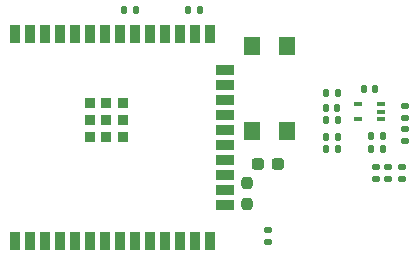
<source format=gbp>
%TF.GenerationSoftware,KiCad,Pcbnew,7.0.6*%
%TF.CreationDate,2024-04-07T09:56:08-04:00*%
%TF.ProjectId,Safe-To-Mate-O-Matic-v4,53616665-2d54-46f2-9d4d-6174652d4f2d,rev?*%
%TF.SameCoordinates,Original*%
%TF.FileFunction,Paste,Bot*%
%TF.FilePolarity,Positive*%
%FSLAX46Y46*%
G04 Gerber Fmt 4.6, Leading zero omitted, Abs format (unit mm)*
G04 Created by KiCad (PCBNEW 7.0.6) date 2024-04-07 09:56:08*
%MOMM*%
%LPD*%
G01*
G04 APERTURE LIST*
G04 Aperture macros list*
%AMRoundRect*
0 Rectangle with rounded corners*
0 $1 Rounding radius*
0 $2 $3 $4 $5 $6 $7 $8 $9 X,Y pos of 4 corners*
0 Add a 4 corners polygon primitive as box body*
4,1,4,$2,$3,$4,$5,$6,$7,$8,$9,$2,$3,0*
0 Add four circle primitives for the rounded corners*
1,1,$1+$1,$2,$3*
1,1,$1+$1,$4,$5*
1,1,$1+$1,$6,$7*
1,1,$1+$1,$8,$9*
0 Add four rect primitives between the rounded corners*
20,1,$1+$1,$2,$3,$4,$5,0*
20,1,$1+$1,$4,$5,$6,$7,0*
20,1,$1+$1,$6,$7,$8,$9,0*
20,1,$1+$1,$8,$9,$2,$3,0*%
G04 Aperture macros list end*
%ADD10RoundRect,0.135000X0.135000X0.185000X-0.135000X0.185000X-0.135000X-0.185000X0.135000X-0.185000X0*%
%ADD11RoundRect,0.135000X-0.135000X-0.185000X0.135000X-0.185000X0.135000X0.185000X-0.135000X0.185000X0*%
%ADD12R,0.900000X1.500000*%
%ADD13R,1.500000X0.900000*%
%ADD14R,0.900000X0.900000*%
%ADD15RoundRect,0.140000X-0.140000X-0.170000X0.140000X-0.170000X0.140000X0.170000X-0.140000X0.170000X0*%
%ADD16RoundRect,0.135000X0.185000X-0.135000X0.185000X0.135000X-0.185000X0.135000X-0.185000X-0.135000X0*%
%ADD17RoundRect,0.140000X0.140000X0.170000X-0.140000X0.170000X-0.140000X-0.170000X0.140000X-0.170000X0*%
%ADD18RoundRect,0.140000X-0.170000X0.140000X-0.170000X-0.140000X0.170000X-0.140000X0.170000X0.140000X0*%
%ADD19RoundRect,0.237500X0.287500X0.237500X-0.287500X0.237500X-0.287500X-0.237500X0.287500X-0.237500X0*%
%ADD20RoundRect,0.237500X-0.237500X0.250000X-0.237500X-0.250000X0.237500X-0.250000X0.237500X0.250000X0*%
%ADD21RoundRect,0.135000X-0.185000X0.135000X-0.185000X-0.135000X0.185000X-0.135000X0.185000X0.135000X0*%
%ADD22R,1.400000X1.600000*%
%ADD23R,0.650000X0.400000*%
G04 APERTURE END LIST*
D10*
%TO.C,R13*%
X165330600Y-83312000D03*
X164310600Y-83312000D03*
%TD*%
D11*
%TO.C,R2*%
X164310600Y-79629000D03*
X165330600Y-79629000D03*
%TD*%
D12*
%TO.C,U1*%
X138023600Y-74650600D03*
X139293600Y-74650600D03*
X140563600Y-74650600D03*
X141833600Y-74650600D03*
X143103600Y-74650600D03*
X144373600Y-74650600D03*
X145643600Y-74650600D03*
X146913600Y-74650600D03*
X148183600Y-74650600D03*
X149453600Y-74650600D03*
X150723600Y-74650600D03*
X151993600Y-74650600D03*
X153263600Y-74650600D03*
X154533600Y-74650600D03*
D13*
X155783600Y-77690600D03*
X155783600Y-78960600D03*
X155783600Y-80230600D03*
X155783600Y-81500600D03*
X155783600Y-82770600D03*
X155783600Y-84040600D03*
X155783600Y-85310600D03*
X155783600Y-86580600D03*
X155783600Y-87850600D03*
X155783600Y-89120600D03*
D12*
X154533600Y-92150600D03*
X153263600Y-92150600D03*
X151993600Y-92150600D03*
X150723600Y-92150600D03*
X149453600Y-92150600D03*
X148183600Y-92150600D03*
X146913600Y-92150600D03*
X145643600Y-92150600D03*
X144373600Y-92150600D03*
X143103600Y-92150600D03*
X141833600Y-92150600D03*
X140563600Y-92150600D03*
X139293600Y-92150600D03*
X138023600Y-92150600D03*
D14*
X147143600Y-80500600D03*
X145743600Y-80500600D03*
X144343600Y-80500600D03*
X147143600Y-81900600D03*
X145743600Y-81900600D03*
X144343600Y-81900600D03*
X147143600Y-83300600D03*
X145743600Y-83300600D03*
X144343600Y-83300600D03*
%TD*%
D15*
%TO.C,C4*%
X152682000Y-72593200D03*
X153642000Y-72593200D03*
%TD*%
D10*
%TO.C,R12*%
X169191400Y-83286600D03*
X168171400Y-83286600D03*
%TD*%
D16*
%TO.C,R4*%
X170764200Y-86895400D03*
X170764200Y-85875400D03*
%TD*%
D17*
%TO.C,C1*%
X165300600Y-80899000D03*
X164340600Y-80899000D03*
%TD*%
D16*
%TO.C,R9*%
X171018200Y-81713800D03*
X171018200Y-80693800D03*
%TD*%
%TO.C,R8*%
X171018200Y-83695000D03*
X171018200Y-82675000D03*
%TD*%
D18*
%TO.C,C6*%
X168554400Y-85905400D03*
X168554400Y-86865400D03*
%TD*%
D19*
%TO.C,D2*%
X160285400Y-85623400D03*
X158535400Y-85623400D03*
%TD*%
D10*
%TO.C,R5*%
X165330600Y-81940400D03*
X164310600Y-81940400D03*
%TD*%
D17*
%TO.C,C5*%
X148206400Y-72618600D03*
X147246400Y-72618600D03*
%TD*%
D20*
%TO.C,R6*%
X157632400Y-87200100D03*
X157632400Y-89025100D03*
%TD*%
D11*
%TO.C,R10*%
X168171400Y-84353400D03*
X169191400Y-84353400D03*
%TD*%
D15*
%TO.C,C2*%
X167541000Y-79273400D03*
X168501000Y-79273400D03*
%TD*%
D11*
%TO.C,R11*%
X164310600Y-84353400D03*
X165330600Y-84353400D03*
%TD*%
D21*
%TO.C,R7*%
X169595800Y-85875400D03*
X169595800Y-86895400D03*
%TD*%
%TO.C,R16*%
X159385000Y-91184000D03*
X159385000Y-92204000D03*
%TD*%
D22*
%TO.C,SW1*%
X161037400Y-82822600D03*
X161037400Y-75622600D03*
X158037400Y-82822600D03*
X158037400Y-75622600D03*
%TD*%
D23*
%TO.C,U2*%
X168945600Y-80553800D03*
X168945600Y-81203800D03*
X168945600Y-81853800D03*
X167045600Y-81853800D03*
X167045600Y-80553800D03*
%TD*%
M02*

</source>
